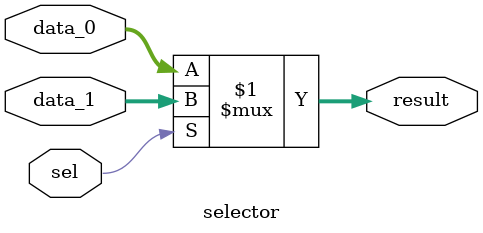
<source format=v>
`timescale 1ns / 1ps


module selector
(
    input wire [WIDTH-1:0] data_0,
    input wire [WIDTH-1:0] data_1,
    input wire sel,
    output wire [WIDTH-1:0] result
);
    parameter WIDTH = 8;
    assign result = (sel) ? data_1 : data_0;
endmodule

</source>
